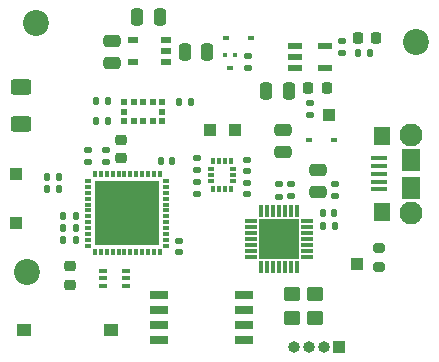
<source format=gbr>
%TF.GenerationSoftware,KiCad,Pcbnew,(6.0.0)*%
%TF.CreationDate,2022-03-24T17:20:39+00:00*%
%TF.ProjectId,Tracer,54726163-6572-42e6-9b69-6361645f7063,B*%
%TF.SameCoordinates,Original*%
%TF.FileFunction,Soldermask,Top*%
%TF.FilePolarity,Negative*%
%FSLAX46Y46*%
G04 Gerber Fmt 4.6, Leading zero omitted, Abs format (unit mm)*
G04 Created by KiCad (PCBNEW (6.0.0)) date 2022-03-24 17:20:39*
%MOMM*%
%LPD*%
G01*
G04 APERTURE LIST*
G04 Aperture macros list*
%AMRoundRect*
0 Rectangle with rounded corners*
0 $1 Rounding radius*
0 $2 $3 $4 $5 $6 $7 $8 $9 X,Y pos of 4 corners*
0 Add a 4 corners polygon primitive as box body*
4,1,4,$2,$3,$4,$5,$6,$7,$8,$9,$2,$3,0*
0 Add four circle primitives for the rounded corners*
1,1,$1+$1,$2,$3*
1,1,$1+$1,$4,$5*
1,1,$1+$1,$6,$7*
1,1,$1+$1,$8,$9*
0 Add four rect primitives between the rounded corners*
20,1,$1+$1,$2,$3,$4,$5,0*
20,1,$1+$1,$4,$5,$6,$7,0*
20,1,$1+$1,$6,$7,$8,$9,0*
20,1,$1+$1,$8,$9,$2,$3,0*%
G04 Aperture macros list end*
%ADD10RoundRect,0.140000X-0.140000X-0.170000X0.140000X-0.170000X0.140000X0.170000X-0.140000X0.170000X0*%
%ADD11RoundRect,0.135000X0.135000X0.185000X-0.135000X0.185000X-0.135000X-0.185000X0.135000X-0.185000X0*%
%ADD12RoundRect,0.140000X0.170000X-0.140000X0.170000X0.140000X-0.170000X0.140000X-0.170000X-0.140000X0*%
%ADD13RoundRect,0.250000X0.475000X-0.250000X0.475000X0.250000X-0.475000X0.250000X-0.475000X-0.250000X0*%
%ADD14RoundRect,0.250000X-0.450000X0.350000X-0.450000X-0.350000X0.450000X-0.350000X0.450000X0.350000X0*%
%ADD15RoundRect,0.250000X0.250000X0.475000X-0.250000X0.475000X-0.250000X-0.475000X0.250000X-0.475000X0*%
%ADD16R,0.600000X0.450000*%
%ADD17R,0.400000X0.450000*%
%ADD18R,0.500000X0.450000*%
%ADD19RoundRect,0.135000X-0.135000X-0.185000X0.135000X-0.185000X0.135000X0.185000X-0.135000X0.185000X0*%
%ADD20C,2.200000*%
%ADD21RoundRect,0.250000X-0.250000X-0.475000X0.250000X-0.475000X0.250000X0.475000X-0.250000X0.475000X0*%
%ADD22RoundRect,0.225000X0.250000X-0.225000X0.250000X0.225000X-0.250000X0.225000X-0.250000X-0.225000X0*%
%ADD23R,0.500000X0.500000*%
%ADD24RoundRect,0.135000X-0.185000X0.135000X-0.185000X-0.135000X0.185000X-0.135000X0.185000X0.135000X0*%
%ADD25R,0.350000X0.575000*%
%ADD26R,0.575000X0.350000*%
%ADD27R,1.350000X0.400000*%
%ADD28C,1.950000*%
%ADD29R,1.400000X1.600000*%
%ADD30R,1.600000X1.900000*%
%ADD31R,1.200000X0.600000*%
%ADD32R,1.000000X1.000000*%
%ADD33RoundRect,0.140000X0.140000X0.170000X-0.140000X0.170000X-0.140000X-0.170000X0.140000X-0.170000X0*%
%ADD34RoundRect,0.218750X-0.218750X-0.256250X0.218750X-0.256250X0.218750X0.256250X-0.218750X0.256250X0*%
%ADD35O,1.000000X1.000000*%
%ADD36RoundRect,0.135000X0.185000X-0.135000X0.185000X0.135000X-0.185000X0.135000X-0.185000X-0.135000X0*%
%ADD37RoundRect,0.140000X-0.170000X0.140000X-0.170000X-0.140000X0.170000X-0.140000X0.170000X0.140000X0*%
%ADD38R,1.200000X1.000000*%
%ADD39R,1.000000X0.300000*%
%ADD40R,0.300000X1.000000*%
%ADD41R,3.350000X3.350000*%
%ADD42RoundRect,0.250000X-0.625000X0.400000X-0.625000X-0.400000X0.625000X-0.400000X0.625000X0.400000X0*%
%ADD43R,0.650000X0.400000*%
%ADD44R,0.550000X0.350000*%
%ADD45R,0.350000X0.550000*%
%ADD46R,5.500000X5.500000*%
%ADD47RoundRect,0.225000X-0.250000X0.225000X-0.250000X-0.225000X0.250000X-0.225000X0.250000X0.225000X0*%
%ADD48RoundRect,0.200000X-0.275000X0.200000X-0.275000X-0.200000X0.275000X-0.200000X0.275000X0.200000X0*%
%ADD49R,0.900000X0.600000*%
%ADD50R,1.650000X0.650000*%
G04 APERTURE END LIST*
D10*
%TO.C,C15*%
X142320000Y-95100000D03*
X143280000Y-95100000D03*
%TD*%
D11*
%TO.C,R10*%
X135110000Y-99750000D03*
X134090000Y-99750000D03*
%TD*%
D12*
%TO.C,C1*%
X149600000Y-97900000D03*
X149600000Y-96940000D03*
%TD*%
D13*
%TO.C,C16*%
X138195000Y-86850000D03*
X138195000Y-84950000D03*
%TD*%
D14*
%TO.C,R15*%
X153400000Y-106400000D03*
X153400000Y-108400000D03*
%TD*%
D15*
%TO.C,C5*%
X153155000Y-89200000D03*
X151255000Y-89200000D03*
%TD*%
D16*
%TO.C,D1*%
X154900000Y-93300000D03*
X157000000Y-93300000D03*
%TD*%
D17*
%TO.C,Q2*%
X148600000Y-86125000D03*
X147800000Y-86125000D03*
D18*
X148200000Y-87275000D03*
%TD*%
D19*
%TO.C,R7*%
X134090000Y-100750000D03*
X135110000Y-100750000D03*
%TD*%
D13*
%TO.C,C3*%
X152650000Y-94350000D03*
X152650000Y-92450000D03*
%TD*%
D20*
%TO.C,H3*%
X131000000Y-104500000D03*
%TD*%
D21*
%TO.C,C6*%
X140345000Y-82900000D03*
X142245000Y-82900000D03*
%TD*%
D22*
%TO.C,C14*%
X139000000Y-94875000D03*
X139000000Y-93325000D03*
%TD*%
D23*
%TO.C,IC4*%
X139250000Y-90131885D03*
X140050000Y-90131885D03*
X140850000Y-90131885D03*
X141650000Y-90131885D03*
X142450000Y-90131885D03*
X142450000Y-90931885D03*
X142450000Y-91731885D03*
X141650000Y-91731885D03*
X140850000Y-91731885D03*
X140050000Y-91731885D03*
X139250000Y-91731885D03*
X139250000Y-90931885D03*
%TD*%
D24*
%TO.C,R12*%
X153350000Y-97090000D03*
X153350000Y-98110000D03*
%TD*%
D25*
%TO.C,IC1*%
X146750000Y-97463000D03*
X147250000Y-97463000D03*
X147750000Y-97463000D03*
X148250000Y-97463000D03*
D26*
X148412000Y-96800000D03*
X148412000Y-96300000D03*
X148412000Y-95800000D03*
D25*
X148250000Y-95137000D03*
X147750000Y-95137000D03*
X147250000Y-95137000D03*
X146750000Y-95137000D03*
D26*
X146588000Y-95800000D03*
X146588000Y-96300000D03*
X146588000Y-96800000D03*
%TD*%
D27*
%TO.C,J1*%
X160800000Y-97500000D03*
X160800000Y-96850000D03*
X160800000Y-96200000D03*
X160800000Y-95550000D03*
X160800000Y-94900000D03*
D28*
X163475000Y-99500000D03*
X163475000Y-92900000D03*
D29*
X161025000Y-99400000D03*
D30*
X163475000Y-97400000D03*
X163475000Y-95000000D03*
D29*
X161025000Y-93000000D03*
%TD*%
D31*
%TO.C,IC5*%
X153705000Y-85350000D03*
X153705000Y-86300000D03*
X153705000Y-87250000D03*
X156205000Y-87250000D03*
X156205000Y-85350000D03*
%TD*%
D19*
%TO.C,R16*%
X143840000Y-90150000D03*
X144860000Y-90150000D03*
%TD*%
D11*
%TO.C,R2*%
X160010000Y-86000000D03*
X158990000Y-86000000D03*
%TD*%
D12*
%TO.C,C10*%
X137700000Y-95180000D03*
X137700000Y-94220000D03*
%TD*%
D32*
%TO.C,TP3*%
X146500000Y-92500000D03*
%TD*%
D13*
%TO.C,C18*%
X155600000Y-97750000D03*
X155600000Y-95850000D03*
%TD*%
D12*
%TO.C,C13*%
X136200000Y-95180000D03*
X136200000Y-94220000D03*
%TD*%
D33*
%TO.C,C20*%
X137830000Y-91750000D03*
X136870000Y-91750000D03*
%TD*%
D34*
%TO.C,D2*%
X159012500Y-84700000D03*
X160587500Y-84700000D03*
%TD*%
D32*
%TO.C,J2*%
X157400000Y-110900000D03*
D35*
X156130000Y-110900000D03*
X154860000Y-110900000D03*
X153590000Y-110900000D03*
%TD*%
D24*
%TO.C,R4*%
X145400000Y-94890000D03*
X145400000Y-95910000D03*
%TD*%
%TO.C,R6*%
X157700000Y-84980000D03*
X157700000Y-86000000D03*
%TD*%
D32*
%TO.C,TP11*%
X130100000Y-96200000D03*
%TD*%
%TO.C,TP6*%
X130100000Y-100400000D03*
%TD*%
D20*
%TO.C,H2*%
X163900000Y-85000000D03*
%TD*%
D36*
%TO.C,R3*%
X155000000Y-91210000D03*
X155000000Y-90190000D03*
%TD*%
D37*
%TO.C,C2*%
X149600000Y-95020000D03*
X149600000Y-95980000D03*
%TD*%
D11*
%TO.C,R11*%
X157060000Y-100600000D03*
X156040000Y-100600000D03*
%TD*%
D38*
%TO.C,S1*%
X138150000Y-109400000D03*
X130750000Y-109400000D03*
%TD*%
D34*
%TO.C,D4*%
X154812500Y-88900000D03*
X156387500Y-88900000D03*
%TD*%
D16*
%TO.C,D3*%
X147850000Y-84700000D03*
X149950000Y-84700000D03*
%TD*%
D36*
%TO.C,R1*%
X149700000Y-87210000D03*
X149700000Y-86190000D03*
%TD*%
D33*
%TO.C,C19*%
X137830000Y-90050000D03*
X136870000Y-90050000D03*
%TD*%
D39*
%TO.C,IC8*%
X154700000Y-103200000D03*
X154700000Y-102700000D03*
X154700000Y-102200000D03*
X154700000Y-101700000D03*
X154700000Y-101200000D03*
X154700000Y-100700000D03*
X154700000Y-100200000D03*
D40*
X153850000Y-99350000D03*
X153350000Y-99350000D03*
X152850000Y-99350000D03*
X152350000Y-99350000D03*
X151850000Y-99350000D03*
X151350000Y-99350000D03*
X150850000Y-99350000D03*
D39*
X150000000Y-100200000D03*
X150000000Y-100700000D03*
X150000000Y-101200000D03*
X150000000Y-101700000D03*
X150000000Y-102200000D03*
X150000000Y-102700000D03*
X150000000Y-103200000D03*
D40*
X150850000Y-104050000D03*
X151350000Y-104050000D03*
X151850000Y-104050000D03*
X152350000Y-104050000D03*
X152850000Y-104050000D03*
X153350000Y-104050000D03*
X153850000Y-104050000D03*
D41*
X152350000Y-101700000D03*
%TD*%
D33*
%TO.C,C12*%
X133680000Y-96500000D03*
X132720000Y-96500000D03*
%TD*%
D20*
%TO.C,H1*%
X131800000Y-83400000D03*
%TD*%
D42*
%TO.C,AE1*%
X130500000Y-88850000D03*
X130500000Y-91950000D03*
%TD*%
D11*
%TO.C,R9*%
X135110000Y-101800000D03*
X134090000Y-101800000D03*
%TD*%
D43*
%TO.C,Q1*%
X139350000Y-105700000D03*
X139350000Y-105050000D03*
X139350000Y-104400000D03*
X137450000Y-104400000D03*
X137450000Y-105050000D03*
X137450000Y-105700000D03*
%TD*%
D44*
%TO.C,IC3*%
X136200000Y-96800000D03*
X136200000Y-97300000D03*
X136200000Y-97800000D03*
X136200000Y-98300000D03*
X136200000Y-98800000D03*
X136200000Y-99300000D03*
X136200000Y-99800000D03*
X136200000Y-100300000D03*
X136200000Y-100800000D03*
X136200000Y-101300000D03*
X136200000Y-101800000D03*
X136200000Y-102300000D03*
D45*
X136750000Y-102850000D03*
X137250000Y-102850000D03*
X137750000Y-102850000D03*
X138250000Y-102850000D03*
X138750000Y-102850000D03*
X139250000Y-102850000D03*
X139750000Y-102850000D03*
X140250000Y-102850000D03*
X140750000Y-102850000D03*
X141250000Y-102850000D03*
X141750000Y-102850000D03*
X142250000Y-102850000D03*
D44*
X142800000Y-102300000D03*
X142800000Y-101800000D03*
X142800000Y-101300000D03*
X142800000Y-100800000D03*
X142800000Y-100300000D03*
X142800000Y-99800000D03*
X142800000Y-99300000D03*
X142800000Y-98800000D03*
X142800000Y-98300000D03*
X142800000Y-97800000D03*
X142800000Y-97300000D03*
X142800000Y-96800000D03*
D45*
X142250000Y-96250000D03*
X141750000Y-96250000D03*
X141250000Y-96250000D03*
X140750000Y-96250000D03*
X140250000Y-96250000D03*
X139750000Y-96250000D03*
X139250000Y-96250000D03*
X138750000Y-96250000D03*
X138250000Y-96250000D03*
X137750000Y-96250000D03*
X137250000Y-96250000D03*
X136750000Y-96250000D03*
D46*
X139494000Y-99537000D03*
%TD*%
D10*
%TO.C,C17*%
X156070000Y-99550000D03*
X157030000Y-99550000D03*
%TD*%
D32*
%TO.C,TP5*%
X158950000Y-103800000D03*
%TD*%
D47*
%TO.C,C7*%
X134600000Y-104025000D03*
X134600000Y-105575000D03*
%TD*%
D36*
%TO.C,R5*%
X145400000Y-97920000D03*
X145400000Y-96900000D03*
%TD*%
D12*
%TO.C,C8*%
X157100000Y-98060000D03*
X157100000Y-97100000D03*
%TD*%
D32*
%TO.C,TP4*%
X148600000Y-92500000D03*
%TD*%
D15*
%TO.C,C4*%
X146245000Y-85900000D03*
X144345000Y-85900000D03*
%TD*%
D48*
%TO.C,R8*%
X160800000Y-102475000D03*
X160800000Y-104125000D03*
%TD*%
D49*
%TO.C,IC6*%
X142795000Y-86750000D03*
X142795000Y-85800000D03*
X142795000Y-84850000D03*
X139995000Y-84850000D03*
X139995000Y-86750000D03*
%TD*%
D36*
%TO.C,R13*%
X152350000Y-98120000D03*
X152350000Y-97100000D03*
%TD*%
D50*
%TO.C,IC2*%
X142200000Y-106495000D03*
X142200000Y-107765000D03*
X142200000Y-109035000D03*
X142200000Y-110305000D03*
X149400000Y-110305000D03*
X149400000Y-109035000D03*
X149400000Y-107765000D03*
X149400000Y-106495000D03*
%TD*%
D32*
%TO.C,TP2*%
X156550000Y-91200000D03*
%TD*%
D37*
%TO.C,C11*%
X143900000Y-101870000D03*
X143900000Y-102830000D03*
%TD*%
D33*
%TO.C,C9*%
X133680000Y-97500000D03*
X132720000Y-97500000D03*
%TD*%
D14*
%TO.C,R14*%
X155400000Y-106400000D03*
X155400000Y-108400000D03*
%TD*%
M02*

</source>
